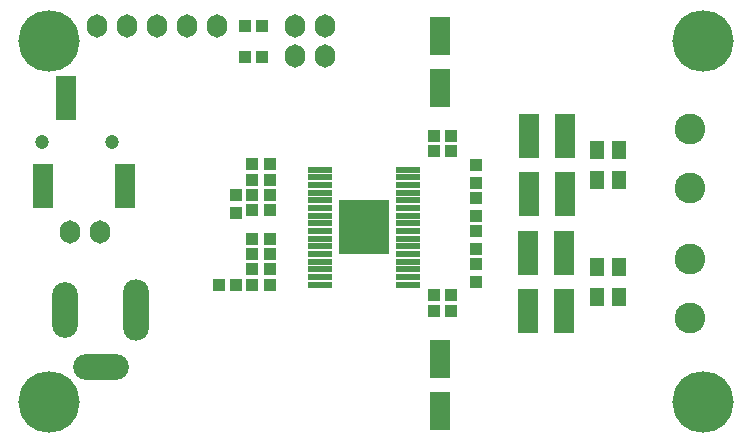
<source format=gbr>
G04 DipTrace 3.1.0.1*
G04 TPA3128D2route.TopMask.gbr*
%MOIN*%
G04 #@! TF.FileFunction,Soldermask,Top*
G04 #@! TF.Part,Single*
%ADD36C,0.047244*%
%ADD46R,0.169449X0.18126*%
%ADD48R,0.078898X0.019843*%
%ADD50C,0.204882*%
%ADD52O,0.185197X0.086772*%
%ADD54O,0.086772X0.185197*%
%ADD56O,0.086772X0.204882*%
%ADD58O,0.068031X0.078031*%
%ADD60C,0.10252*%
%ADD62R,0.067087X0.149764*%
%ADD64R,0.051339X0.059213*%
%ADD66R,0.039528X0.039528*%
%ADD68R,0.071024X0.130079*%
%FSLAX26Y26*%
G04*
G70*
G90*
G75*
G01*
G04 TopMask*
%LPD*%
D68*
X1823150Y1567244D3*
Y1740472D3*
D66*
X1862520Y1405827D3*
X1803465D3*
X1862520Y1354646D3*
X1803465D3*
D68*
X1823150Y661732D3*
Y488504D3*
D66*
X1862520Y823150D3*
X1803465D3*
X1862520Y874331D3*
X1803465D3*
X1943228Y1309370D3*
Y1250315D3*
Y1140079D3*
Y1199134D3*
Y919606D3*
Y978661D3*
Y1088898D3*
Y1029843D3*
D64*
X2421575Y1358583D3*
X2346772D3*
X2421575Y1260157D3*
X2346772D3*
X2421575Y968819D3*
X2346772D3*
X2421575Y870394D3*
X2346772D3*
D66*
X1197165Y1311339D3*
X1256220D3*
X1197165Y1063307D3*
X1256220D3*
X1197165Y1260157D3*
X1256220D3*
X1197165Y1012126D3*
X1256220D3*
X1197165Y1208976D3*
X1256220D3*
X1086929Y909764D3*
X1145984D3*
D62*
X500315Y1240472D3*
X579055Y1531811D3*
X775906Y1240472D3*
D36*
X496378Y1386142D3*
X732598D3*
D60*
X2657795Y1232598D3*
Y1429449D3*
Y799528D3*
Y996378D3*
D58*
X981417Y1771969D3*
X781417D3*
X881417D3*
X1081417D3*
X681417D3*
D56*
X811339Y827087D3*
D54*
X575118D3*
D52*
X693228Y634173D3*
D62*
X2122362Y1405827D3*
X2240472D3*
X2122362Y1212913D3*
X2240472D3*
X2118425Y1016063D3*
X2236535D3*
X2118425Y823150D3*
X2236535D3*
D50*
X520000Y1720787D3*
X2701102D3*
Y520000D3*
X520000D3*
D66*
X1197165Y1157795D3*
X1256220D3*
X1145984Y1208976D3*
Y1149921D3*
X1197165Y960945D3*
X1256220D3*
X1197165Y909764D3*
X1256220D3*
X1232598Y1771969D3*
X1173543D3*
X1232598Y1669606D3*
X1173543D3*
D58*
X1342835Y1771969D3*
X1442835D3*
X1342835Y1671969D3*
X1442835D3*
X590866Y1086929D3*
X690866D3*
D48*
X1425512Y1268031D3*
Y1242441D3*
Y1216850D3*
Y1191260D3*
Y1165669D3*
Y1140079D3*
Y1114488D3*
Y1088898D3*
Y1063307D3*
Y1037717D3*
Y1012126D3*
Y986535D3*
Y960945D3*
Y935354D3*
X1716850D3*
Y960945D3*
Y986535D3*
Y1012126D3*
Y1037717D3*
Y1063307D3*
Y1088898D3*
Y1114488D3*
Y1140079D3*
Y1165669D3*
Y1191260D3*
Y1216850D3*
Y1242441D3*
Y1268031D3*
D46*
X1571181Y1101693D3*
D48*
X1425512Y1293622D3*
Y909764D3*
X1716850Y1293622D3*
Y909764D3*
M02*

</source>
